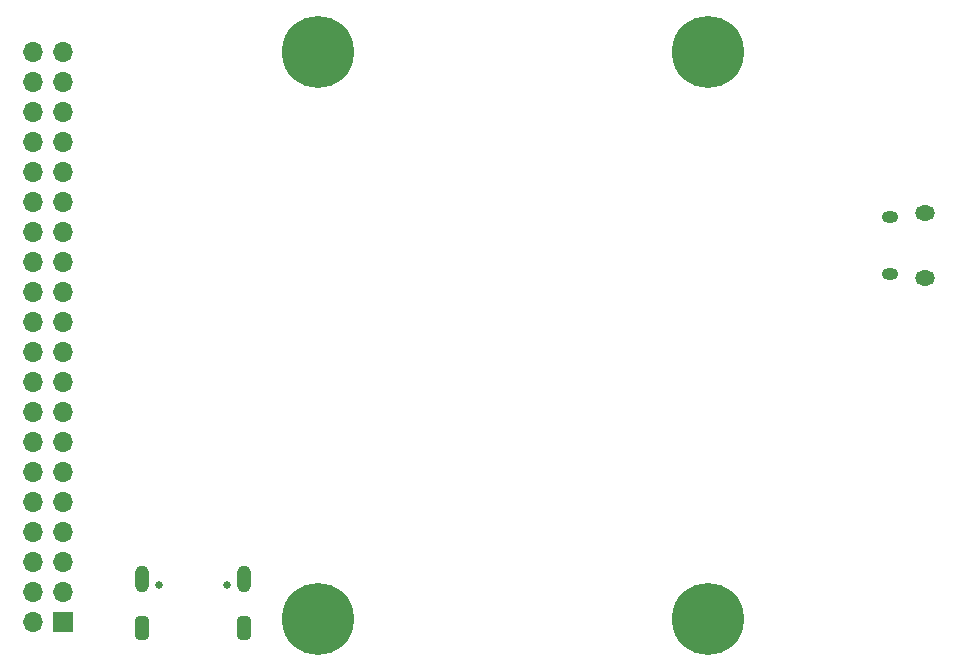
<source format=gbr>
%TF.GenerationSoftware,KiCad,Pcbnew,7.0.7*%
%TF.CreationDate,2024-02-26T19:43:44+01:00*%
%TF.ProjectId,rpi_cm4_bb,7270695f-636d-4345-9f62-622e6b696361,rev?*%
%TF.SameCoordinates,Original*%
%TF.FileFunction,Soldermask,Bot*%
%TF.FilePolarity,Negative*%
%FSLAX46Y46*%
G04 Gerber Fmt 4.6, Leading zero omitted, Abs format (unit mm)*
G04 Created by KiCad (PCBNEW 7.0.7) date 2024-02-26 19:43:44*
%MOMM*%
%LPD*%
G01*
G04 APERTURE LIST*
G04 Aperture macros list*
%AMRoundRect*
0 Rectangle with rounded corners*
0 $1 Rounding radius*
0 $2 $3 $4 $5 $6 $7 $8 $9 X,Y pos of 4 corners*
0 Add a 4 corners polygon primitive as box body*
4,1,4,$2,$3,$4,$5,$6,$7,$8,$9,$2,$3,0*
0 Add four circle primitives for the rounded corners*
1,1,$1+$1,$2,$3*
1,1,$1+$1,$4,$5*
1,1,$1+$1,$6,$7*
1,1,$1+$1,$8,$9*
0 Add four rect primitives between the rounded corners*
20,1,$1+$1,$2,$3,$4,$5,0*
20,1,$1+$1,$4,$5,$6,$7,0*
20,1,$1+$1,$6,$7,$8,$9,0*
20,1,$1+$1,$8,$9,$2,$3,0*%
G04 Aperture macros list end*
%ADD10O,1.700000X1.300000*%
%ADD11O,1.400000X1.000000*%
%ADD12R,1.700000X1.700000*%
%ADD13O,1.700000X1.700000*%
%ADD14C,0.650000*%
%ADD15O,1.204000X2.304000*%
%ADD16RoundRect,0.352000X-0.250000X-0.650000X0.250000X-0.650000X0.250000X0.650000X-0.250000X0.650000X0*%
%ADD17C,6.100000*%
G04 APERTURE END LIST*
D10*
%TO.C,J2*%
X159774874Y-103967374D03*
D11*
X156744874Y-103667374D03*
X156744874Y-98817374D03*
D10*
X159774874Y-98517374D03*
%TD*%
D12*
%TO.C,J3*%
X86749874Y-133099874D03*
D13*
X84209874Y-133099874D03*
X86749874Y-130559874D03*
X84209874Y-130559874D03*
X86749874Y-128019874D03*
X84209874Y-128019874D03*
X86749874Y-125479874D03*
X84209874Y-125479874D03*
X86749874Y-122939874D03*
X84209874Y-122939874D03*
X86749874Y-120399874D03*
X84209874Y-120399874D03*
X86749874Y-117859874D03*
X84209874Y-117859874D03*
X86749874Y-115319874D03*
X84209874Y-115319874D03*
X86749874Y-112779874D03*
X84209874Y-112779874D03*
X86749874Y-110239874D03*
X84209874Y-110239874D03*
X86749874Y-107699874D03*
X84209874Y-107699874D03*
X86749874Y-105159874D03*
X84209874Y-105159874D03*
X86749874Y-102619874D03*
X84209874Y-102619874D03*
X86749874Y-100079874D03*
X84209874Y-100079874D03*
X86749874Y-97539874D03*
X84209874Y-97539874D03*
X86749874Y-94999874D03*
X84209874Y-94999874D03*
X86749874Y-92459874D03*
X84209874Y-92459874D03*
X86749874Y-89919874D03*
X84209874Y-89919874D03*
X86749874Y-87379874D03*
X84209874Y-87379874D03*
X86749874Y-84839874D03*
X84209874Y-84839874D03*
%TD*%
D14*
%TO.C,J1*%
X94883674Y-129960474D03*
X100663674Y-129960474D03*
D15*
X93453674Y-129460474D03*
X102093674Y-129460474D03*
D16*
X93453674Y-133640474D03*
X102093674Y-133640474D03*
%TD*%
D17*
%TO.C,U3*%
X108350000Y-84850000D03*
X108350000Y-132850000D03*
X141350000Y-84850000D03*
X141350000Y-132850000D03*
%TD*%
M02*

</source>
